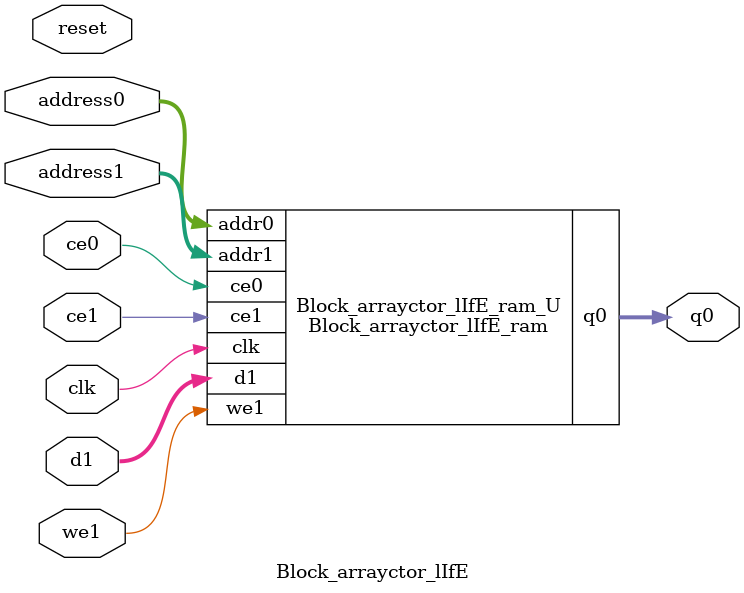
<source format=v>
`timescale 1 ns / 1 ps
module Block_arrayctor_lIfE_ram (addr0, ce0, q0, addr1, ce1, d1, we1,  clk);

parameter DWIDTH = 5;
parameter AWIDTH = 4;
parameter MEM_SIZE = 16;

input[AWIDTH-1:0] addr0;
input ce0;
output reg[DWIDTH-1:0] q0;
input[AWIDTH-1:0] addr1;
input ce1;
input[DWIDTH-1:0] d1;
input we1;
input clk;

(* ram_style = "distributed" *)reg [DWIDTH-1:0] ram[0:MEM_SIZE-1];




always @(posedge clk)  
begin 
    if (ce0) begin
        q0 <= ram[addr0];
    end
end


always @(posedge clk)  
begin 
    if (ce1) begin
        if (we1) 
            ram[addr1] <= d1; 
    end
end


endmodule

`timescale 1 ns / 1 ps
module Block_arrayctor_lIfE(
    reset,
    clk,
    address0,
    ce0,
    q0,
    address1,
    ce1,
    we1,
    d1);

parameter DataWidth = 32'd5;
parameter AddressRange = 32'd16;
parameter AddressWidth = 32'd4;
input reset;
input clk;
input[AddressWidth - 1:0] address0;
input ce0;
output[DataWidth - 1:0] q0;
input[AddressWidth - 1:0] address1;
input ce1;
input we1;
input[DataWidth - 1:0] d1;



Block_arrayctor_lIfE_ram Block_arrayctor_lIfE_ram_U(
    .clk( clk ),
    .addr0( address0 ),
    .ce0( ce0 ),
    .q0( q0 ),
    .addr1( address1 ),
    .ce1( ce1 ),
    .we1( we1 ),
    .d1( d1 ));

endmodule


</source>
